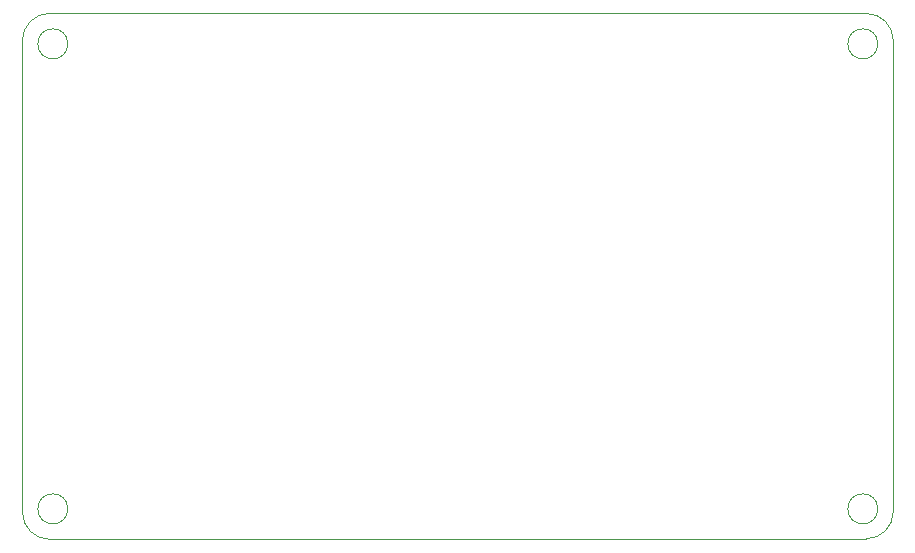
<source format=gbr>
%TF.GenerationSoftware,KiCad,Pcbnew,7.0.10*%
%TF.CreationDate,2024-11-19T10:35:13-08:00*%
%TF.ProjectId,pcb,7063622e-6b69-4636-9164-5f7063625858,rev?*%
%TF.SameCoordinates,Original*%
%TF.FileFunction,Profile,NP*%
%FSLAX46Y46*%
G04 Gerber Fmt 4.6, Leading zero omitted, Abs format (unit mm)*
G04 Created by KiCad (PCBNEW 7.0.10) date 2024-11-19 10:35:13*
%MOMM*%
%LPD*%
G01*
G04 APERTURE LIST*
%TA.AperFunction,Profile*%
%ADD10C,0.100000*%
%TD*%
G04 APERTURE END LIST*
D10*
X129253939Y-84419414D02*
X198406061Y-84419414D01*
X199390000Y-86995000D02*
G75*
G03*
X196850000Y-86995000I-1270000J0D01*
G01*
X196850000Y-86995000D02*
G75*
G03*
X199390000Y-86995000I1270000J0D01*
G01*
X198406061Y-128905000D02*
X129253939Y-128940586D01*
X130810000Y-126365000D02*
G75*
G03*
X128270000Y-126365000I-1270000J0D01*
G01*
X128270000Y-126365000D02*
G75*
G03*
X130810000Y-126365000I1270000J0D01*
G01*
X126964414Y-126651061D02*
G75*
G03*
X129253939Y-128940586I2289486J-39D01*
G01*
X130810000Y-86995000D02*
G75*
G03*
X128270000Y-86995000I-1270000J0D01*
G01*
X128270000Y-86995000D02*
G75*
G03*
X130810000Y-86995000I1270000J0D01*
G01*
X199390000Y-126365000D02*
G75*
G03*
X196850000Y-126365000I-1270000J0D01*
G01*
X196850000Y-126365000D02*
G75*
G03*
X199390000Y-126365000I1270000J0D01*
G01*
X126964414Y-126651061D02*
X126964414Y-86708939D01*
X200695586Y-86708939D02*
X200695586Y-126615475D01*
X198406061Y-128904986D02*
G75*
G03*
X200695586Y-126615475I39J2289486D01*
G01*
X200695586Y-86708939D02*
G75*
G03*
X198406061Y-84419414I-2289486J39D01*
G01*
X129253939Y-84419414D02*
G75*
G03*
X126964414Y-86708939I-39J-2289486D01*
G01*
M02*

</source>
